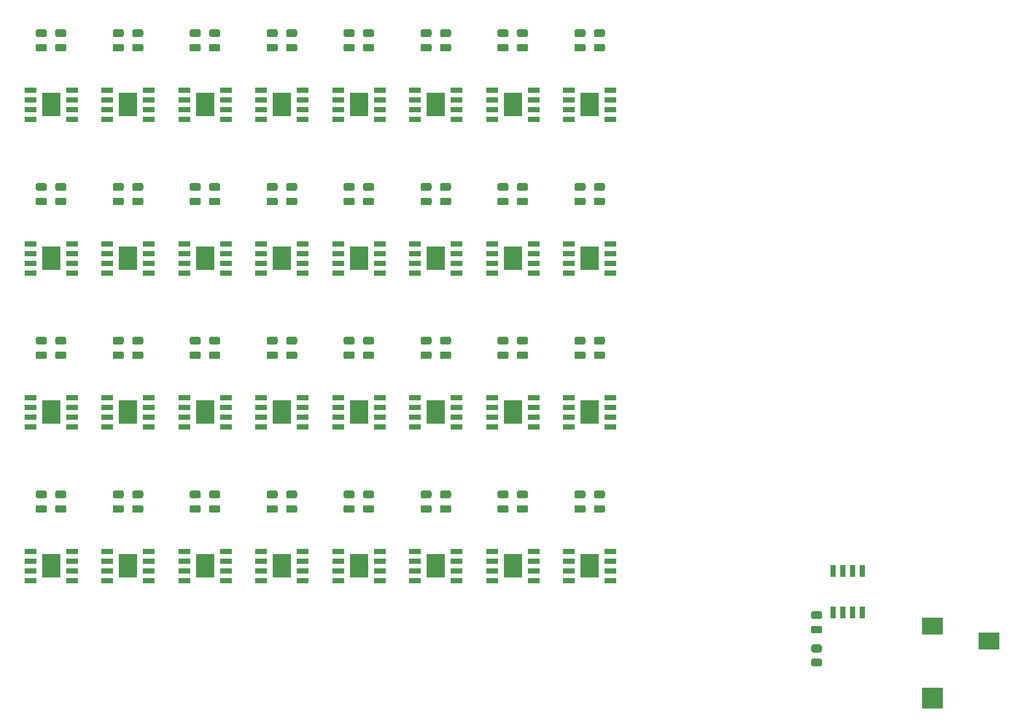
<source format=gbr>
%TF.GenerationSoftware,KiCad,Pcbnew,(5.1.7)-1*%
%TF.CreationDate,2020-11-17T12:59:15+01:00*%
%TF.ProjectId,matd_8x8,6d617464-5f38-4783-982e-6b696361645f,rev?*%
%TF.SameCoordinates,Original*%
%TF.FileFunction,Paste,Top*%
%TF.FilePolarity,Positive*%
%FSLAX46Y46*%
G04 Gerber Fmt 4.6, Leading zero omitted, Abs format (unit mm)*
G04 Created by KiCad (PCBNEW (5.1.7)-1) date 2020-11-17 12:59:15*
%MOMM*%
%LPD*%
G01*
G04 APERTURE LIST*
%ADD10R,2.800000X2.200000*%
%ADD11R,2.800000X2.800000*%
%ADD12R,0.650000X1.528000*%
%ADD13R,1.525000X0.650000*%
%ADD14R,2.410000X3.100000*%
G04 APERTURE END LIST*
D10*
%TO.C,J4*%
X168038000Y-136326000D03*
X160638000Y-134326000D03*
D11*
X160638000Y-143726000D03*
%TD*%
D12*
%TO.C,IC40*%
X151511000Y-127127000D03*
X150241000Y-127127000D03*
X148971000Y-127127000D03*
X147701000Y-127127000D03*
X147701000Y-132549000D03*
X148971000Y-132549000D03*
X150241000Y-132549000D03*
X151511000Y-132549000D03*
%TD*%
%TO.C,R1*%
G36*
G01*
X145091999Y-138576000D02*
X145992001Y-138576000D01*
G75*
G02*
X146242000Y-138825999I0J-249999D01*
G01*
X146242000Y-139351001D01*
G75*
G02*
X145992001Y-139601000I-249999J0D01*
G01*
X145091999Y-139601000D01*
G75*
G02*
X144842000Y-139351001I0J249999D01*
G01*
X144842000Y-138825999D01*
G75*
G02*
X145091999Y-138576000I249999J0D01*
G01*
G37*
G36*
G01*
X145091999Y-136751000D02*
X145992001Y-136751000D01*
G75*
G02*
X146242000Y-137000999I0J-249999D01*
G01*
X146242000Y-137526001D01*
G75*
G02*
X145992001Y-137776000I-249999J0D01*
G01*
X145091999Y-137776000D01*
G75*
G02*
X144842000Y-137526001I0J249999D01*
G01*
X144842000Y-137000999D01*
G75*
G02*
X145091999Y-136751000I249999J0D01*
G01*
G37*
%TD*%
%TO.C,C71*%
G36*
G01*
X145067000Y-134308000D02*
X146017000Y-134308000D01*
G75*
G02*
X146267000Y-134558000I0J-250000D01*
G01*
X146267000Y-135058000D01*
G75*
G02*
X146017000Y-135308000I-250000J0D01*
G01*
X145067000Y-135308000D01*
G75*
G02*
X144817000Y-135058000I0J250000D01*
G01*
X144817000Y-134558000D01*
G75*
G02*
X145067000Y-134308000I250000J0D01*
G01*
G37*
G36*
G01*
X145067000Y-132408000D02*
X146017000Y-132408000D01*
G75*
G02*
X146267000Y-132658000I0J-250000D01*
G01*
X146267000Y-133158000D01*
G75*
G02*
X146017000Y-133408000I-250000J0D01*
G01*
X145067000Y-133408000D01*
G75*
G02*
X144817000Y-133158000I0J250000D01*
G01*
X144817000Y-132658000D01*
G75*
G02*
X145067000Y-132408000I250000J0D01*
G01*
G37*
%TD*%
D13*
%TO.C,IC32*%
X118662999Y-128396999D03*
X118662999Y-127126999D03*
X118662999Y-125856999D03*
X118662999Y-124586999D03*
X113238999Y-124586999D03*
X113238999Y-125856999D03*
X113238999Y-127126999D03*
X113238999Y-128396999D03*
D14*
X115950999Y-126491999D03*
%TD*%
D13*
%TO.C,IC31*%
X108630000Y-128396999D03*
X108630000Y-127126999D03*
X108630000Y-125856999D03*
X108630000Y-124586999D03*
X103206000Y-124586999D03*
X103206000Y-125856999D03*
X103206000Y-127126999D03*
X103206000Y-128396999D03*
D14*
X105918000Y-126491999D03*
%TD*%
D13*
%TO.C,IC30*%
X98597000Y-128396999D03*
X98597000Y-127126999D03*
X98597000Y-125856999D03*
X98597000Y-124586999D03*
X93173000Y-124586999D03*
X93173000Y-125856999D03*
X93173000Y-127126999D03*
X93173000Y-128396999D03*
D14*
X95885000Y-126491999D03*
%TD*%
D13*
%TO.C,IC29*%
X88563999Y-128396999D03*
X88563999Y-127126999D03*
X88563999Y-125856999D03*
X88563999Y-124586999D03*
X83139999Y-124586999D03*
X83139999Y-125856999D03*
X83139999Y-127126999D03*
X83139999Y-128396999D03*
D14*
X85851999Y-126491999D03*
%TD*%
D13*
%TO.C,IC28*%
X78531000Y-128396999D03*
X78531000Y-127126999D03*
X78531000Y-125856999D03*
X78531000Y-124586999D03*
X73107000Y-124586999D03*
X73107000Y-125856999D03*
X73107000Y-127126999D03*
X73107000Y-128396999D03*
D14*
X75819000Y-126491999D03*
%TD*%
D13*
%TO.C,IC27*%
X68497999Y-128396999D03*
X68497999Y-127126999D03*
X68497999Y-125856999D03*
X68497999Y-124586999D03*
X63073999Y-124586999D03*
X63073999Y-125856999D03*
X63073999Y-127126999D03*
X63073999Y-128396999D03*
D14*
X65785999Y-126491999D03*
%TD*%
D13*
%TO.C,IC26*%
X58464999Y-128396999D03*
X58464999Y-127126999D03*
X58464999Y-125856999D03*
X58464999Y-124586999D03*
X53040999Y-124586999D03*
X53040999Y-125856999D03*
X53040999Y-127126999D03*
X53040999Y-128396999D03*
D14*
X55752999Y-126491999D03*
%TD*%
D13*
%TO.C,IC25*%
X48432000Y-128396999D03*
X48432000Y-127126999D03*
X48432000Y-125856999D03*
X48432000Y-124586999D03*
X43008000Y-124586999D03*
X43008000Y-125856999D03*
X43008000Y-127126999D03*
X43008000Y-128396999D03*
D14*
X45720000Y-126491999D03*
%TD*%
D13*
%TO.C,IC24*%
X118662999Y-108330999D03*
X118662999Y-107060999D03*
X118662999Y-105790999D03*
X118662999Y-104520999D03*
X113238999Y-104520999D03*
X113238999Y-105790999D03*
X113238999Y-107060999D03*
X113238999Y-108330999D03*
D14*
X115950999Y-106425999D03*
%TD*%
D13*
%TO.C,IC23*%
X108630000Y-108330999D03*
X108630000Y-107060999D03*
X108630000Y-105790999D03*
X108630000Y-104520999D03*
X103206000Y-104520999D03*
X103206000Y-105790999D03*
X103206000Y-107060999D03*
X103206000Y-108330999D03*
D14*
X105918000Y-106425999D03*
%TD*%
D13*
%TO.C,IC22*%
X98597000Y-108330999D03*
X98597000Y-107060999D03*
X98597000Y-105790999D03*
X98597000Y-104520999D03*
X93173000Y-104520999D03*
X93173000Y-105790999D03*
X93173000Y-107060999D03*
X93173000Y-108330999D03*
D14*
X95885000Y-106425999D03*
%TD*%
D13*
%TO.C,IC21*%
X88563999Y-108330999D03*
X88563999Y-107060999D03*
X88563999Y-105790999D03*
X88563999Y-104520999D03*
X83139999Y-104520999D03*
X83139999Y-105790999D03*
X83139999Y-107060999D03*
X83139999Y-108330999D03*
D14*
X85851999Y-106425999D03*
%TD*%
D13*
%TO.C,IC20*%
X78531000Y-108330999D03*
X78531000Y-107060999D03*
X78531000Y-105790999D03*
X78531000Y-104520999D03*
X73107000Y-104520999D03*
X73107000Y-105790999D03*
X73107000Y-107060999D03*
X73107000Y-108330999D03*
D14*
X75819000Y-106425999D03*
%TD*%
D13*
%TO.C,IC19*%
X68497999Y-108330999D03*
X68497999Y-107060999D03*
X68497999Y-105790999D03*
X68497999Y-104520999D03*
X63073999Y-104520999D03*
X63073999Y-105790999D03*
X63073999Y-107060999D03*
X63073999Y-108330999D03*
D14*
X65785999Y-106425999D03*
%TD*%
D13*
%TO.C,IC18*%
X58464999Y-108330999D03*
X58464999Y-107060999D03*
X58464999Y-105790999D03*
X58464999Y-104520999D03*
X53040999Y-104520999D03*
X53040999Y-105790999D03*
X53040999Y-107060999D03*
X53040999Y-108330999D03*
D14*
X55752999Y-106425999D03*
%TD*%
D13*
%TO.C,IC17*%
X48432000Y-108330999D03*
X48432000Y-107060999D03*
X48432000Y-105790999D03*
X48432000Y-104520999D03*
X43008000Y-104520999D03*
X43008000Y-105790999D03*
X43008000Y-107060999D03*
X43008000Y-108330999D03*
D14*
X45720000Y-106425999D03*
%TD*%
D13*
%TO.C,IC16*%
X118662999Y-88265000D03*
X118662999Y-86995000D03*
X118662999Y-85725000D03*
X118662999Y-84455000D03*
X113238999Y-84455000D03*
X113238999Y-85725000D03*
X113238999Y-86995000D03*
X113238999Y-88265000D03*
D14*
X115950999Y-86360000D03*
%TD*%
D13*
%TO.C,IC15*%
X108630000Y-88265000D03*
X108630000Y-86995000D03*
X108630000Y-85725000D03*
X108630000Y-84455000D03*
X103206000Y-84455000D03*
X103206000Y-85725000D03*
X103206000Y-86995000D03*
X103206000Y-88265000D03*
D14*
X105918000Y-86360000D03*
%TD*%
D13*
%TO.C,IC14*%
X98597000Y-88265000D03*
X98597000Y-86995000D03*
X98597000Y-85725000D03*
X98597000Y-84455000D03*
X93173000Y-84455000D03*
X93173000Y-85725000D03*
X93173000Y-86995000D03*
X93173000Y-88265000D03*
D14*
X95885000Y-86360000D03*
%TD*%
D13*
%TO.C,IC13*%
X88563999Y-88265000D03*
X88563999Y-86995000D03*
X88563999Y-85725000D03*
X88563999Y-84455000D03*
X83139999Y-84455000D03*
X83139999Y-85725000D03*
X83139999Y-86995000D03*
X83139999Y-88265000D03*
D14*
X85851999Y-86360000D03*
%TD*%
D13*
%TO.C,IC12*%
X78531000Y-88265000D03*
X78531000Y-86995000D03*
X78531000Y-85725000D03*
X78531000Y-84455000D03*
X73107000Y-84455000D03*
X73107000Y-85725000D03*
X73107000Y-86995000D03*
X73107000Y-88265000D03*
D14*
X75819000Y-86360000D03*
%TD*%
D13*
%TO.C,IC11*%
X68497999Y-88265000D03*
X68497999Y-86995000D03*
X68497999Y-85725000D03*
X68497999Y-84455000D03*
X63073999Y-84455000D03*
X63073999Y-85725000D03*
X63073999Y-86995000D03*
X63073999Y-88265000D03*
D14*
X65785999Y-86360000D03*
%TD*%
D13*
%TO.C,IC10*%
X58464999Y-88265000D03*
X58464999Y-86995000D03*
X58464999Y-85725000D03*
X58464999Y-84455000D03*
X53040999Y-84455000D03*
X53040999Y-85725000D03*
X53040999Y-86995000D03*
X53040999Y-88265000D03*
D14*
X55752999Y-86360000D03*
%TD*%
D13*
%TO.C,IC9*%
X48432000Y-88265000D03*
X48432000Y-86995000D03*
X48432000Y-85725000D03*
X48432000Y-84455000D03*
X43008000Y-84455000D03*
X43008000Y-85725000D03*
X43008000Y-86995000D03*
X43008000Y-88265000D03*
D14*
X45720000Y-86360000D03*
%TD*%
D13*
%TO.C,IC8*%
X118662999Y-68199000D03*
X118662999Y-66929000D03*
X118662999Y-65659000D03*
X118662999Y-64389000D03*
X113238999Y-64389000D03*
X113238999Y-65659000D03*
X113238999Y-66929000D03*
X113238999Y-68199000D03*
D14*
X115950999Y-66294000D03*
%TD*%
D13*
%TO.C,IC7*%
X108630000Y-68199000D03*
X108630000Y-66929000D03*
X108630000Y-65659000D03*
X108630000Y-64389000D03*
X103206000Y-64389000D03*
X103206000Y-65659000D03*
X103206000Y-66929000D03*
X103206000Y-68199000D03*
D14*
X105918000Y-66294000D03*
%TD*%
D13*
%TO.C,IC6*%
X98597000Y-68199000D03*
X98597000Y-66929000D03*
X98597000Y-65659000D03*
X98597000Y-64389000D03*
X93173000Y-64389000D03*
X93173000Y-65659000D03*
X93173000Y-66929000D03*
X93173000Y-68199000D03*
D14*
X95885000Y-66294000D03*
%TD*%
D13*
%TO.C,IC5*%
X88563999Y-68199000D03*
X88563999Y-66929000D03*
X88563999Y-65659000D03*
X88563999Y-64389000D03*
X83139999Y-64389000D03*
X83139999Y-65659000D03*
X83139999Y-66929000D03*
X83139999Y-68199000D03*
D14*
X85851999Y-66294000D03*
%TD*%
D13*
%TO.C,IC4*%
X78531000Y-68199000D03*
X78531000Y-66929000D03*
X78531000Y-65659000D03*
X78531000Y-64389000D03*
X73107000Y-64389000D03*
X73107000Y-65659000D03*
X73107000Y-66929000D03*
X73107000Y-68199000D03*
D14*
X75819000Y-66294000D03*
%TD*%
D13*
%TO.C,IC3*%
X68497999Y-68199000D03*
X68497999Y-66929000D03*
X68497999Y-65659000D03*
X68497999Y-64389000D03*
X63073999Y-64389000D03*
X63073999Y-65659000D03*
X63073999Y-66929000D03*
X63073999Y-68199000D03*
D14*
X65785999Y-66294000D03*
%TD*%
D13*
%TO.C,IC2*%
X58464999Y-68199000D03*
X58464999Y-66929000D03*
X58464999Y-65659000D03*
X58464999Y-64389000D03*
X53040999Y-64389000D03*
X53040999Y-65659000D03*
X53040999Y-66929000D03*
X53040999Y-68199000D03*
D14*
X55752999Y-66294000D03*
%TD*%
D13*
%TO.C,IC1*%
X48432000Y-68199000D03*
X48432000Y-66929000D03*
X48432000Y-65659000D03*
X48432000Y-64389000D03*
X43008000Y-64389000D03*
X43008000Y-65659000D03*
X43008000Y-66929000D03*
X43008000Y-68199000D03*
D14*
X45720000Y-66294000D03*
%TD*%
%TO.C,C64*%
G36*
G01*
X116745999Y-118560000D02*
X117695999Y-118560000D01*
G75*
G02*
X117945999Y-118810000I0J-250000D01*
G01*
X117945999Y-119310000D01*
G75*
G02*
X117695999Y-119560000I-250000J0D01*
G01*
X116745999Y-119560000D01*
G75*
G02*
X116495999Y-119310000I0J250000D01*
G01*
X116495999Y-118810000D01*
G75*
G02*
X116745999Y-118560000I250000J0D01*
G01*
G37*
G36*
G01*
X116745999Y-116660000D02*
X117695999Y-116660000D01*
G75*
G02*
X117945999Y-116910000I0J-250000D01*
G01*
X117945999Y-117410000D01*
G75*
G02*
X117695999Y-117660000I-250000J0D01*
G01*
X116745999Y-117660000D01*
G75*
G02*
X116495999Y-117410000I0J250000D01*
G01*
X116495999Y-116910000D01*
G75*
G02*
X116745999Y-116660000I250000J0D01*
G01*
G37*
%TD*%
%TO.C,C62*%
G36*
G01*
X114205999Y-118560000D02*
X115155999Y-118560000D01*
G75*
G02*
X115405999Y-118810000I0J-250000D01*
G01*
X115405999Y-119310000D01*
G75*
G02*
X115155999Y-119560000I-250000J0D01*
G01*
X114205999Y-119560000D01*
G75*
G02*
X113955999Y-119310000I0J250000D01*
G01*
X113955999Y-118810000D01*
G75*
G02*
X114205999Y-118560000I250000J0D01*
G01*
G37*
G36*
G01*
X114205999Y-116660000D02*
X115155999Y-116660000D01*
G75*
G02*
X115405999Y-116910000I0J-250000D01*
G01*
X115405999Y-117410000D01*
G75*
G02*
X115155999Y-117660000I-250000J0D01*
G01*
X114205999Y-117660000D01*
G75*
G02*
X113955999Y-117410000I0J250000D01*
G01*
X113955999Y-116910000D01*
G75*
G02*
X114205999Y-116660000I250000J0D01*
G01*
G37*
%TD*%
%TO.C,C60*%
G36*
G01*
X106713000Y-118560000D02*
X107663000Y-118560000D01*
G75*
G02*
X107913000Y-118810000I0J-250000D01*
G01*
X107913000Y-119310000D01*
G75*
G02*
X107663000Y-119560000I-250000J0D01*
G01*
X106713000Y-119560000D01*
G75*
G02*
X106463000Y-119310000I0J250000D01*
G01*
X106463000Y-118810000D01*
G75*
G02*
X106713000Y-118560000I250000J0D01*
G01*
G37*
G36*
G01*
X106713000Y-116660000D02*
X107663000Y-116660000D01*
G75*
G02*
X107913000Y-116910000I0J-250000D01*
G01*
X107913000Y-117410000D01*
G75*
G02*
X107663000Y-117660000I-250000J0D01*
G01*
X106713000Y-117660000D01*
G75*
G02*
X106463000Y-117410000I0J250000D01*
G01*
X106463000Y-116910000D01*
G75*
G02*
X106713000Y-116660000I250000J0D01*
G01*
G37*
%TD*%
%TO.C,C58*%
G36*
G01*
X104173000Y-118560000D02*
X105123000Y-118560000D01*
G75*
G02*
X105373000Y-118810000I0J-250000D01*
G01*
X105373000Y-119310000D01*
G75*
G02*
X105123000Y-119560000I-250000J0D01*
G01*
X104173000Y-119560000D01*
G75*
G02*
X103923000Y-119310000I0J250000D01*
G01*
X103923000Y-118810000D01*
G75*
G02*
X104173000Y-118560000I250000J0D01*
G01*
G37*
G36*
G01*
X104173000Y-116660000D02*
X105123000Y-116660000D01*
G75*
G02*
X105373000Y-116910000I0J-250000D01*
G01*
X105373000Y-117410000D01*
G75*
G02*
X105123000Y-117660000I-250000J0D01*
G01*
X104173000Y-117660000D01*
G75*
G02*
X103923000Y-117410000I0J250000D01*
G01*
X103923000Y-116910000D01*
G75*
G02*
X104173000Y-116660000I250000J0D01*
G01*
G37*
%TD*%
%TO.C,C63*%
G36*
G01*
X96680000Y-118560000D02*
X97630000Y-118560000D01*
G75*
G02*
X97880000Y-118810000I0J-250000D01*
G01*
X97880000Y-119310000D01*
G75*
G02*
X97630000Y-119560000I-250000J0D01*
G01*
X96680000Y-119560000D01*
G75*
G02*
X96430000Y-119310000I0J250000D01*
G01*
X96430000Y-118810000D01*
G75*
G02*
X96680000Y-118560000I250000J0D01*
G01*
G37*
G36*
G01*
X96680000Y-116660000D02*
X97630000Y-116660000D01*
G75*
G02*
X97880000Y-116910000I0J-250000D01*
G01*
X97880000Y-117410000D01*
G75*
G02*
X97630000Y-117660000I-250000J0D01*
G01*
X96680000Y-117660000D01*
G75*
G02*
X96430000Y-117410000I0J250000D01*
G01*
X96430000Y-116910000D01*
G75*
G02*
X96680000Y-116660000I250000J0D01*
G01*
G37*
%TD*%
%TO.C,C61*%
G36*
G01*
X94140000Y-118560000D02*
X95090000Y-118560000D01*
G75*
G02*
X95340000Y-118810000I0J-250000D01*
G01*
X95340000Y-119310000D01*
G75*
G02*
X95090000Y-119560000I-250000J0D01*
G01*
X94140000Y-119560000D01*
G75*
G02*
X93890000Y-119310000I0J250000D01*
G01*
X93890000Y-118810000D01*
G75*
G02*
X94140000Y-118560000I250000J0D01*
G01*
G37*
G36*
G01*
X94140000Y-116660000D02*
X95090000Y-116660000D01*
G75*
G02*
X95340000Y-116910000I0J-250000D01*
G01*
X95340000Y-117410000D01*
G75*
G02*
X95090000Y-117660000I-250000J0D01*
G01*
X94140000Y-117660000D01*
G75*
G02*
X93890000Y-117410000I0J250000D01*
G01*
X93890000Y-116910000D01*
G75*
G02*
X94140000Y-116660000I250000J0D01*
G01*
G37*
%TD*%
%TO.C,C59*%
G36*
G01*
X86646999Y-118560000D02*
X87596999Y-118560000D01*
G75*
G02*
X87846999Y-118810000I0J-250000D01*
G01*
X87846999Y-119310000D01*
G75*
G02*
X87596999Y-119560000I-250000J0D01*
G01*
X86646999Y-119560000D01*
G75*
G02*
X86396999Y-119310000I0J250000D01*
G01*
X86396999Y-118810000D01*
G75*
G02*
X86646999Y-118560000I250000J0D01*
G01*
G37*
G36*
G01*
X86646999Y-116660000D02*
X87596999Y-116660000D01*
G75*
G02*
X87846999Y-116910000I0J-250000D01*
G01*
X87846999Y-117410000D01*
G75*
G02*
X87596999Y-117660000I-250000J0D01*
G01*
X86646999Y-117660000D01*
G75*
G02*
X86396999Y-117410000I0J250000D01*
G01*
X86396999Y-116910000D01*
G75*
G02*
X86646999Y-116660000I250000J0D01*
G01*
G37*
%TD*%
%TO.C,C57*%
G36*
G01*
X84106999Y-118560000D02*
X85056999Y-118560000D01*
G75*
G02*
X85306999Y-118810000I0J-250000D01*
G01*
X85306999Y-119310000D01*
G75*
G02*
X85056999Y-119560000I-250000J0D01*
G01*
X84106999Y-119560000D01*
G75*
G02*
X83856999Y-119310000I0J250000D01*
G01*
X83856999Y-118810000D01*
G75*
G02*
X84106999Y-118560000I250000J0D01*
G01*
G37*
G36*
G01*
X84106999Y-116660000D02*
X85056999Y-116660000D01*
G75*
G02*
X85306999Y-116910000I0J-250000D01*
G01*
X85306999Y-117410000D01*
G75*
G02*
X85056999Y-117660000I-250000J0D01*
G01*
X84106999Y-117660000D01*
G75*
G02*
X83856999Y-117410000I0J250000D01*
G01*
X83856999Y-116910000D01*
G75*
G02*
X84106999Y-116660000I250000J0D01*
G01*
G37*
%TD*%
%TO.C,C56*%
G36*
G01*
X76614000Y-118560000D02*
X77564000Y-118560000D01*
G75*
G02*
X77814000Y-118810000I0J-250000D01*
G01*
X77814000Y-119310000D01*
G75*
G02*
X77564000Y-119560000I-250000J0D01*
G01*
X76614000Y-119560000D01*
G75*
G02*
X76364000Y-119310000I0J250000D01*
G01*
X76364000Y-118810000D01*
G75*
G02*
X76614000Y-118560000I250000J0D01*
G01*
G37*
G36*
G01*
X76614000Y-116660000D02*
X77564000Y-116660000D01*
G75*
G02*
X77814000Y-116910000I0J-250000D01*
G01*
X77814000Y-117410000D01*
G75*
G02*
X77564000Y-117660000I-250000J0D01*
G01*
X76614000Y-117660000D01*
G75*
G02*
X76364000Y-117410000I0J250000D01*
G01*
X76364000Y-116910000D01*
G75*
G02*
X76614000Y-116660000I250000J0D01*
G01*
G37*
%TD*%
%TO.C,C54*%
G36*
G01*
X74074000Y-118560000D02*
X75024000Y-118560000D01*
G75*
G02*
X75274000Y-118810000I0J-250000D01*
G01*
X75274000Y-119310000D01*
G75*
G02*
X75024000Y-119560000I-250000J0D01*
G01*
X74074000Y-119560000D01*
G75*
G02*
X73824000Y-119310000I0J250000D01*
G01*
X73824000Y-118810000D01*
G75*
G02*
X74074000Y-118560000I250000J0D01*
G01*
G37*
G36*
G01*
X74074000Y-116660000D02*
X75024000Y-116660000D01*
G75*
G02*
X75274000Y-116910000I0J-250000D01*
G01*
X75274000Y-117410000D01*
G75*
G02*
X75024000Y-117660000I-250000J0D01*
G01*
X74074000Y-117660000D01*
G75*
G02*
X73824000Y-117410000I0J250000D01*
G01*
X73824000Y-116910000D01*
G75*
G02*
X74074000Y-116660000I250000J0D01*
G01*
G37*
%TD*%
%TO.C,C52*%
G36*
G01*
X66580999Y-118560000D02*
X67530999Y-118560000D01*
G75*
G02*
X67780999Y-118810000I0J-250000D01*
G01*
X67780999Y-119310000D01*
G75*
G02*
X67530999Y-119560000I-250000J0D01*
G01*
X66580999Y-119560000D01*
G75*
G02*
X66330999Y-119310000I0J250000D01*
G01*
X66330999Y-118810000D01*
G75*
G02*
X66580999Y-118560000I250000J0D01*
G01*
G37*
G36*
G01*
X66580999Y-116660000D02*
X67530999Y-116660000D01*
G75*
G02*
X67780999Y-116910000I0J-250000D01*
G01*
X67780999Y-117410000D01*
G75*
G02*
X67530999Y-117660000I-250000J0D01*
G01*
X66580999Y-117660000D01*
G75*
G02*
X66330999Y-117410000I0J250000D01*
G01*
X66330999Y-116910000D01*
G75*
G02*
X66580999Y-116660000I250000J0D01*
G01*
G37*
%TD*%
%TO.C,C50*%
G36*
G01*
X64040999Y-118560000D02*
X64990999Y-118560000D01*
G75*
G02*
X65240999Y-118810000I0J-250000D01*
G01*
X65240999Y-119310000D01*
G75*
G02*
X64990999Y-119560000I-250000J0D01*
G01*
X64040999Y-119560000D01*
G75*
G02*
X63790999Y-119310000I0J250000D01*
G01*
X63790999Y-118810000D01*
G75*
G02*
X64040999Y-118560000I250000J0D01*
G01*
G37*
G36*
G01*
X64040999Y-116660000D02*
X64990999Y-116660000D01*
G75*
G02*
X65240999Y-116910000I0J-250000D01*
G01*
X65240999Y-117410000D01*
G75*
G02*
X64990999Y-117660000I-250000J0D01*
G01*
X64040999Y-117660000D01*
G75*
G02*
X63790999Y-117410000I0J250000D01*
G01*
X63790999Y-116910000D01*
G75*
G02*
X64040999Y-116660000I250000J0D01*
G01*
G37*
%TD*%
%TO.C,C55*%
G36*
G01*
X56547999Y-118560000D02*
X57497999Y-118560000D01*
G75*
G02*
X57747999Y-118810000I0J-250000D01*
G01*
X57747999Y-119310000D01*
G75*
G02*
X57497999Y-119560000I-250000J0D01*
G01*
X56547999Y-119560000D01*
G75*
G02*
X56297999Y-119310000I0J250000D01*
G01*
X56297999Y-118810000D01*
G75*
G02*
X56547999Y-118560000I250000J0D01*
G01*
G37*
G36*
G01*
X56547999Y-116660000D02*
X57497999Y-116660000D01*
G75*
G02*
X57747999Y-116910000I0J-250000D01*
G01*
X57747999Y-117410000D01*
G75*
G02*
X57497999Y-117660000I-250000J0D01*
G01*
X56547999Y-117660000D01*
G75*
G02*
X56297999Y-117410000I0J250000D01*
G01*
X56297999Y-116910000D01*
G75*
G02*
X56547999Y-116660000I250000J0D01*
G01*
G37*
%TD*%
%TO.C,C53*%
G36*
G01*
X54007999Y-118560000D02*
X54957999Y-118560000D01*
G75*
G02*
X55207999Y-118810000I0J-250000D01*
G01*
X55207999Y-119310000D01*
G75*
G02*
X54957999Y-119560000I-250000J0D01*
G01*
X54007999Y-119560000D01*
G75*
G02*
X53757999Y-119310000I0J250000D01*
G01*
X53757999Y-118810000D01*
G75*
G02*
X54007999Y-118560000I250000J0D01*
G01*
G37*
G36*
G01*
X54007999Y-116660000D02*
X54957999Y-116660000D01*
G75*
G02*
X55207999Y-116910000I0J-250000D01*
G01*
X55207999Y-117410000D01*
G75*
G02*
X54957999Y-117660000I-250000J0D01*
G01*
X54007999Y-117660000D01*
G75*
G02*
X53757999Y-117410000I0J250000D01*
G01*
X53757999Y-116910000D01*
G75*
G02*
X54007999Y-116660000I250000J0D01*
G01*
G37*
%TD*%
%TO.C,C51*%
G36*
G01*
X46515000Y-118560000D02*
X47465000Y-118560000D01*
G75*
G02*
X47715000Y-118810000I0J-250000D01*
G01*
X47715000Y-119310000D01*
G75*
G02*
X47465000Y-119560000I-250000J0D01*
G01*
X46515000Y-119560000D01*
G75*
G02*
X46265000Y-119310000I0J250000D01*
G01*
X46265000Y-118810000D01*
G75*
G02*
X46515000Y-118560000I250000J0D01*
G01*
G37*
G36*
G01*
X46515000Y-116660000D02*
X47465000Y-116660000D01*
G75*
G02*
X47715000Y-116910000I0J-250000D01*
G01*
X47715000Y-117410000D01*
G75*
G02*
X47465000Y-117660000I-250000J0D01*
G01*
X46515000Y-117660000D01*
G75*
G02*
X46265000Y-117410000I0J250000D01*
G01*
X46265000Y-116910000D01*
G75*
G02*
X46515000Y-116660000I250000J0D01*
G01*
G37*
%TD*%
%TO.C,C49*%
G36*
G01*
X43975000Y-118560000D02*
X44925000Y-118560000D01*
G75*
G02*
X45175000Y-118810000I0J-250000D01*
G01*
X45175000Y-119310000D01*
G75*
G02*
X44925000Y-119560000I-250000J0D01*
G01*
X43975000Y-119560000D01*
G75*
G02*
X43725000Y-119310000I0J250000D01*
G01*
X43725000Y-118810000D01*
G75*
G02*
X43975000Y-118560000I250000J0D01*
G01*
G37*
G36*
G01*
X43975000Y-116660000D02*
X44925000Y-116660000D01*
G75*
G02*
X45175000Y-116910000I0J-250000D01*
G01*
X45175000Y-117410000D01*
G75*
G02*
X44925000Y-117660000I-250000J0D01*
G01*
X43975000Y-117660000D01*
G75*
G02*
X43725000Y-117410000I0J250000D01*
G01*
X43725000Y-116910000D01*
G75*
G02*
X43975000Y-116660000I250000J0D01*
G01*
G37*
%TD*%
%TO.C,C48*%
G36*
G01*
X116745999Y-98494000D02*
X117695999Y-98494000D01*
G75*
G02*
X117945999Y-98744000I0J-250000D01*
G01*
X117945999Y-99244000D01*
G75*
G02*
X117695999Y-99494000I-250000J0D01*
G01*
X116745999Y-99494000D01*
G75*
G02*
X116495999Y-99244000I0J250000D01*
G01*
X116495999Y-98744000D01*
G75*
G02*
X116745999Y-98494000I250000J0D01*
G01*
G37*
G36*
G01*
X116745999Y-96594000D02*
X117695999Y-96594000D01*
G75*
G02*
X117945999Y-96844000I0J-250000D01*
G01*
X117945999Y-97344000D01*
G75*
G02*
X117695999Y-97594000I-250000J0D01*
G01*
X116745999Y-97594000D01*
G75*
G02*
X116495999Y-97344000I0J250000D01*
G01*
X116495999Y-96844000D01*
G75*
G02*
X116745999Y-96594000I250000J0D01*
G01*
G37*
%TD*%
%TO.C,C46*%
G36*
G01*
X114205999Y-98494000D02*
X115155999Y-98494000D01*
G75*
G02*
X115405999Y-98744000I0J-250000D01*
G01*
X115405999Y-99244000D01*
G75*
G02*
X115155999Y-99494000I-250000J0D01*
G01*
X114205999Y-99494000D01*
G75*
G02*
X113955999Y-99244000I0J250000D01*
G01*
X113955999Y-98744000D01*
G75*
G02*
X114205999Y-98494000I250000J0D01*
G01*
G37*
G36*
G01*
X114205999Y-96594000D02*
X115155999Y-96594000D01*
G75*
G02*
X115405999Y-96844000I0J-250000D01*
G01*
X115405999Y-97344000D01*
G75*
G02*
X115155999Y-97594000I-250000J0D01*
G01*
X114205999Y-97594000D01*
G75*
G02*
X113955999Y-97344000I0J250000D01*
G01*
X113955999Y-96844000D01*
G75*
G02*
X114205999Y-96594000I250000J0D01*
G01*
G37*
%TD*%
%TO.C,C44*%
G36*
G01*
X106713000Y-98494000D02*
X107663000Y-98494000D01*
G75*
G02*
X107913000Y-98744000I0J-250000D01*
G01*
X107913000Y-99244000D01*
G75*
G02*
X107663000Y-99494000I-250000J0D01*
G01*
X106713000Y-99494000D01*
G75*
G02*
X106463000Y-99244000I0J250000D01*
G01*
X106463000Y-98744000D01*
G75*
G02*
X106713000Y-98494000I250000J0D01*
G01*
G37*
G36*
G01*
X106713000Y-96594000D02*
X107663000Y-96594000D01*
G75*
G02*
X107913000Y-96844000I0J-250000D01*
G01*
X107913000Y-97344000D01*
G75*
G02*
X107663000Y-97594000I-250000J0D01*
G01*
X106713000Y-97594000D01*
G75*
G02*
X106463000Y-97344000I0J250000D01*
G01*
X106463000Y-96844000D01*
G75*
G02*
X106713000Y-96594000I250000J0D01*
G01*
G37*
%TD*%
%TO.C,C42*%
G36*
G01*
X104173000Y-98494000D02*
X105123000Y-98494000D01*
G75*
G02*
X105373000Y-98744000I0J-250000D01*
G01*
X105373000Y-99244000D01*
G75*
G02*
X105123000Y-99494000I-250000J0D01*
G01*
X104173000Y-99494000D01*
G75*
G02*
X103923000Y-99244000I0J250000D01*
G01*
X103923000Y-98744000D01*
G75*
G02*
X104173000Y-98494000I250000J0D01*
G01*
G37*
G36*
G01*
X104173000Y-96594000D02*
X105123000Y-96594000D01*
G75*
G02*
X105373000Y-96844000I0J-250000D01*
G01*
X105373000Y-97344000D01*
G75*
G02*
X105123000Y-97594000I-250000J0D01*
G01*
X104173000Y-97594000D01*
G75*
G02*
X103923000Y-97344000I0J250000D01*
G01*
X103923000Y-96844000D01*
G75*
G02*
X104173000Y-96594000I250000J0D01*
G01*
G37*
%TD*%
%TO.C,C47*%
G36*
G01*
X96680000Y-98494000D02*
X97630000Y-98494000D01*
G75*
G02*
X97880000Y-98744000I0J-250000D01*
G01*
X97880000Y-99244000D01*
G75*
G02*
X97630000Y-99494000I-250000J0D01*
G01*
X96680000Y-99494000D01*
G75*
G02*
X96430000Y-99244000I0J250000D01*
G01*
X96430000Y-98744000D01*
G75*
G02*
X96680000Y-98494000I250000J0D01*
G01*
G37*
G36*
G01*
X96680000Y-96594000D02*
X97630000Y-96594000D01*
G75*
G02*
X97880000Y-96844000I0J-250000D01*
G01*
X97880000Y-97344000D01*
G75*
G02*
X97630000Y-97594000I-250000J0D01*
G01*
X96680000Y-97594000D01*
G75*
G02*
X96430000Y-97344000I0J250000D01*
G01*
X96430000Y-96844000D01*
G75*
G02*
X96680000Y-96594000I250000J0D01*
G01*
G37*
%TD*%
%TO.C,C45*%
G36*
G01*
X94140000Y-98494000D02*
X95090000Y-98494000D01*
G75*
G02*
X95340000Y-98744000I0J-250000D01*
G01*
X95340000Y-99244000D01*
G75*
G02*
X95090000Y-99494000I-250000J0D01*
G01*
X94140000Y-99494000D01*
G75*
G02*
X93890000Y-99244000I0J250000D01*
G01*
X93890000Y-98744000D01*
G75*
G02*
X94140000Y-98494000I250000J0D01*
G01*
G37*
G36*
G01*
X94140000Y-96594000D02*
X95090000Y-96594000D01*
G75*
G02*
X95340000Y-96844000I0J-250000D01*
G01*
X95340000Y-97344000D01*
G75*
G02*
X95090000Y-97594000I-250000J0D01*
G01*
X94140000Y-97594000D01*
G75*
G02*
X93890000Y-97344000I0J250000D01*
G01*
X93890000Y-96844000D01*
G75*
G02*
X94140000Y-96594000I250000J0D01*
G01*
G37*
%TD*%
%TO.C,C43*%
G36*
G01*
X86646999Y-98494000D02*
X87596999Y-98494000D01*
G75*
G02*
X87846999Y-98744000I0J-250000D01*
G01*
X87846999Y-99244000D01*
G75*
G02*
X87596999Y-99494000I-250000J0D01*
G01*
X86646999Y-99494000D01*
G75*
G02*
X86396999Y-99244000I0J250000D01*
G01*
X86396999Y-98744000D01*
G75*
G02*
X86646999Y-98494000I250000J0D01*
G01*
G37*
G36*
G01*
X86646999Y-96594000D02*
X87596999Y-96594000D01*
G75*
G02*
X87846999Y-96844000I0J-250000D01*
G01*
X87846999Y-97344000D01*
G75*
G02*
X87596999Y-97594000I-250000J0D01*
G01*
X86646999Y-97594000D01*
G75*
G02*
X86396999Y-97344000I0J250000D01*
G01*
X86396999Y-96844000D01*
G75*
G02*
X86646999Y-96594000I250000J0D01*
G01*
G37*
%TD*%
%TO.C,C41*%
G36*
G01*
X84106999Y-98494000D02*
X85056999Y-98494000D01*
G75*
G02*
X85306999Y-98744000I0J-250000D01*
G01*
X85306999Y-99244000D01*
G75*
G02*
X85056999Y-99494000I-250000J0D01*
G01*
X84106999Y-99494000D01*
G75*
G02*
X83856999Y-99244000I0J250000D01*
G01*
X83856999Y-98744000D01*
G75*
G02*
X84106999Y-98494000I250000J0D01*
G01*
G37*
G36*
G01*
X84106999Y-96594000D02*
X85056999Y-96594000D01*
G75*
G02*
X85306999Y-96844000I0J-250000D01*
G01*
X85306999Y-97344000D01*
G75*
G02*
X85056999Y-97594000I-250000J0D01*
G01*
X84106999Y-97594000D01*
G75*
G02*
X83856999Y-97344000I0J250000D01*
G01*
X83856999Y-96844000D01*
G75*
G02*
X84106999Y-96594000I250000J0D01*
G01*
G37*
%TD*%
%TO.C,C40*%
G36*
G01*
X76614000Y-98494000D02*
X77564000Y-98494000D01*
G75*
G02*
X77814000Y-98744000I0J-250000D01*
G01*
X77814000Y-99244000D01*
G75*
G02*
X77564000Y-99494000I-250000J0D01*
G01*
X76614000Y-99494000D01*
G75*
G02*
X76364000Y-99244000I0J250000D01*
G01*
X76364000Y-98744000D01*
G75*
G02*
X76614000Y-98494000I250000J0D01*
G01*
G37*
G36*
G01*
X76614000Y-96594000D02*
X77564000Y-96594000D01*
G75*
G02*
X77814000Y-96844000I0J-250000D01*
G01*
X77814000Y-97344000D01*
G75*
G02*
X77564000Y-97594000I-250000J0D01*
G01*
X76614000Y-97594000D01*
G75*
G02*
X76364000Y-97344000I0J250000D01*
G01*
X76364000Y-96844000D01*
G75*
G02*
X76614000Y-96594000I250000J0D01*
G01*
G37*
%TD*%
%TO.C,C38*%
G36*
G01*
X74074000Y-98494000D02*
X75024000Y-98494000D01*
G75*
G02*
X75274000Y-98744000I0J-250000D01*
G01*
X75274000Y-99244000D01*
G75*
G02*
X75024000Y-99494000I-250000J0D01*
G01*
X74074000Y-99494000D01*
G75*
G02*
X73824000Y-99244000I0J250000D01*
G01*
X73824000Y-98744000D01*
G75*
G02*
X74074000Y-98494000I250000J0D01*
G01*
G37*
G36*
G01*
X74074000Y-96594000D02*
X75024000Y-96594000D01*
G75*
G02*
X75274000Y-96844000I0J-250000D01*
G01*
X75274000Y-97344000D01*
G75*
G02*
X75024000Y-97594000I-250000J0D01*
G01*
X74074000Y-97594000D01*
G75*
G02*
X73824000Y-97344000I0J250000D01*
G01*
X73824000Y-96844000D01*
G75*
G02*
X74074000Y-96594000I250000J0D01*
G01*
G37*
%TD*%
%TO.C,C36*%
G36*
G01*
X66580999Y-98494000D02*
X67530999Y-98494000D01*
G75*
G02*
X67780999Y-98744000I0J-250000D01*
G01*
X67780999Y-99244000D01*
G75*
G02*
X67530999Y-99494000I-250000J0D01*
G01*
X66580999Y-99494000D01*
G75*
G02*
X66330999Y-99244000I0J250000D01*
G01*
X66330999Y-98744000D01*
G75*
G02*
X66580999Y-98494000I250000J0D01*
G01*
G37*
G36*
G01*
X66580999Y-96594000D02*
X67530999Y-96594000D01*
G75*
G02*
X67780999Y-96844000I0J-250000D01*
G01*
X67780999Y-97344000D01*
G75*
G02*
X67530999Y-97594000I-250000J0D01*
G01*
X66580999Y-97594000D01*
G75*
G02*
X66330999Y-97344000I0J250000D01*
G01*
X66330999Y-96844000D01*
G75*
G02*
X66580999Y-96594000I250000J0D01*
G01*
G37*
%TD*%
%TO.C,C34*%
G36*
G01*
X64040999Y-98494000D02*
X64990999Y-98494000D01*
G75*
G02*
X65240999Y-98744000I0J-250000D01*
G01*
X65240999Y-99244000D01*
G75*
G02*
X64990999Y-99494000I-250000J0D01*
G01*
X64040999Y-99494000D01*
G75*
G02*
X63790999Y-99244000I0J250000D01*
G01*
X63790999Y-98744000D01*
G75*
G02*
X64040999Y-98494000I250000J0D01*
G01*
G37*
G36*
G01*
X64040999Y-96594000D02*
X64990999Y-96594000D01*
G75*
G02*
X65240999Y-96844000I0J-250000D01*
G01*
X65240999Y-97344000D01*
G75*
G02*
X64990999Y-97594000I-250000J0D01*
G01*
X64040999Y-97594000D01*
G75*
G02*
X63790999Y-97344000I0J250000D01*
G01*
X63790999Y-96844000D01*
G75*
G02*
X64040999Y-96594000I250000J0D01*
G01*
G37*
%TD*%
%TO.C,C39*%
G36*
G01*
X56547999Y-98494000D02*
X57497999Y-98494000D01*
G75*
G02*
X57747999Y-98744000I0J-250000D01*
G01*
X57747999Y-99244000D01*
G75*
G02*
X57497999Y-99494000I-250000J0D01*
G01*
X56547999Y-99494000D01*
G75*
G02*
X56297999Y-99244000I0J250000D01*
G01*
X56297999Y-98744000D01*
G75*
G02*
X56547999Y-98494000I250000J0D01*
G01*
G37*
G36*
G01*
X56547999Y-96594000D02*
X57497999Y-96594000D01*
G75*
G02*
X57747999Y-96844000I0J-250000D01*
G01*
X57747999Y-97344000D01*
G75*
G02*
X57497999Y-97594000I-250000J0D01*
G01*
X56547999Y-97594000D01*
G75*
G02*
X56297999Y-97344000I0J250000D01*
G01*
X56297999Y-96844000D01*
G75*
G02*
X56547999Y-96594000I250000J0D01*
G01*
G37*
%TD*%
%TO.C,C37*%
G36*
G01*
X54007999Y-98494000D02*
X54957999Y-98494000D01*
G75*
G02*
X55207999Y-98744000I0J-250000D01*
G01*
X55207999Y-99244000D01*
G75*
G02*
X54957999Y-99494000I-250000J0D01*
G01*
X54007999Y-99494000D01*
G75*
G02*
X53757999Y-99244000I0J250000D01*
G01*
X53757999Y-98744000D01*
G75*
G02*
X54007999Y-98494000I250000J0D01*
G01*
G37*
G36*
G01*
X54007999Y-96594000D02*
X54957999Y-96594000D01*
G75*
G02*
X55207999Y-96844000I0J-250000D01*
G01*
X55207999Y-97344000D01*
G75*
G02*
X54957999Y-97594000I-250000J0D01*
G01*
X54007999Y-97594000D01*
G75*
G02*
X53757999Y-97344000I0J250000D01*
G01*
X53757999Y-96844000D01*
G75*
G02*
X54007999Y-96594000I250000J0D01*
G01*
G37*
%TD*%
%TO.C,C35*%
G36*
G01*
X46515000Y-98494000D02*
X47465000Y-98494000D01*
G75*
G02*
X47715000Y-98744000I0J-250000D01*
G01*
X47715000Y-99244000D01*
G75*
G02*
X47465000Y-99494000I-250000J0D01*
G01*
X46515000Y-99494000D01*
G75*
G02*
X46265000Y-99244000I0J250000D01*
G01*
X46265000Y-98744000D01*
G75*
G02*
X46515000Y-98494000I250000J0D01*
G01*
G37*
G36*
G01*
X46515000Y-96594000D02*
X47465000Y-96594000D01*
G75*
G02*
X47715000Y-96844000I0J-250000D01*
G01*
X47715000Y-97344000D01*
G75*
G02*
X47465000Y-97594000I-250000J0D01*
G01*
X46515000Y-97594000D01*
G75*
G02*
X46265000Y-97344000I0J250000D01*
G01*
X46265000Y-96844000D01*
G75*
G02*
X46515000Y-96594000I250000J0D01*
G01*
G37*
%TD*%
%TO.C,C33*%
G36*
G01*
X43975000Y-98494000D02*
X44925000Y-98494000D01*
G75*
G02*
X45175000Y-98744000I0J-250000D01*
G01*
X45175000Y-99244000D01*
G75*
G02*
X44925000Y-99494000I-250000J0D01*
G01*
X43975000Y-99494000D01*
G75*
G02*
X43725000Y-99244000I0J250000D01*
G01*
X43725000Y-98744000D01*
G75*
G02*
X43975000Y-98494000I250000J0D01*
G01*
G37*
G36*
G01*
X43975000Y-96594000D02*
X44925000Y-96594000D01*
G75*
G02*
X45175000Y-96844000I0J-250000D01*
G01*
X45175000Y-97344000D01*
G75*
G02*
X44925000Y-97594000I-250000J0D01*
G01*
X43975000Y-97594000D01*
G75*
G02*
X43725000Y-97344000I0J250000D01*
G01*
X43725000Y-96844000D01*
G75*
G02*
X43975000Y-96594000I250000J0D01*
G01*
G37*
%TD*%
%TO.C,C32*%
G36*
G01*
X116745999Y-78427999D02*
X117695999Y-78427999D01*
G75*
G02*
X117945999Y-78677999I0J-250000D01*
G01*
X117945999Y-79177999D01*
G75*
G02*
X117695999Y-79427999I-250000J0D01*
G01*
X116745999Y-79427999D01*
G75*
G02*
X116495999Y-79177999I0J250000D01*
G01*
X116495999Y-78677999D01*
G75*
G02*
X116745999Y-78427999I250000J0D01*
G01*
G37*
G36*
G01*
X116745999Y-76527999D02*
X117695999Y-76527999D01*
G75*
G02*
X117945999Y-76777999I0J-250000D01*
G01*
X117945999Y-77277999D01*
G75*
G02*
X117695999Y-77527999I-250000J0D01*
G01*
X116745999Y-77527999D01*
G75*
G02*
X116495999Y-77277999I0J250000D01*
G01*
X116495999Y-76777999D01*
G75*
G02*
X116745999Y-76527999I250000J0D01*
G01*
G37*
%TD*%
%TO.C,C30*%
G36*
G01*
X114205999Y-78427999D02*
X115155999Y-78427999D01*
G75*
G02*
X115405999Y-78677999I0J-250000D01*
G01*
X115405999Y-79177999D01*
G75*
G02*
X115155999Y-79427999I-250000J0D01*
G01*
X114205999Y-79427999D01*
G75*
G02*
X113955999Y-79177999I0J250000D01*
G01*
X113955999Y-78677999D01*
G75*
G02*
X114205999Y-78427999I250000J0D01*
G01*
G37*
G36*
G01*
X114205999Y-76527999D02*
X115155999Y-76527999D01*
G75*
G02*
X115405999Y-76777999I0J-250000D01*
G01*
X115405999Y-77277999D01*
G75*
G02*
X115155999Y-77527999I-250000J0D01*
G01*
X114205999Y-77527999D01*
G75*
G02*
X113955999Y-77277999I0J250000D01*
G01*
X113955999Y-76777999D01*
G75*
G02*
X114205999Y-76527999I250000J0D01*
G01*
G37*
%TD*%
%TO.C,C28*%
G36*
G01*
X106713000Y-78427999D02*
X107663000Y-78427999D01*
G75*
G02*
X107913000Y-78677999I0J-250000D01*
G01*
X107913000Y-79177999D01*
G75*
G02*
X107663000Y-79427999I-250000J0D01*
G01*
X106713000Y-79427999D01*
G75*
G02*
X106463000Y-79177999I0J250000D01*
G01*
X106463000Y-78677999D01*
G75*
G02*
X106713000Y-78427999I250000J0D01*
G01*
G37*
G36*
G01*
X106713000Y-76527999D02*
X107663000Y-76527999D01*
G75*
G02*
X107913000Y-76777999I0J-250000D01*
G01*
X107913000Y-77277999D01*
G75*
G02*
X107663000Y-77527999I-250000J0D01*
G01*
X106713000Y-77527999D01*
G75*
G02*
X106463000Y-77277999I0J250000D01*
G01*
X106463000Y-76777999D01*
G75*
G02*
X106713000Y-76527999I250000J0D01*
G01*
G37*
%TD*%
%TO.C,C26*%
G36*
G01*
X104173000Y-78427999D02*
X105123000Y-78427999D01*
G75*
G02*
X105373000Y-78677999I0J-250000D01*
G01*
X105373000Y-79177999D01*
G75*
G02*
X105123000Y-79427999I-250000J0D01*
G01*
X104173000Y-79427999D01*
G75*
G02*
X103923000Y-79177999I0J250000D01*
G01*
X103923000Y-78677999D01*
G75*
G02*
X104173000Y-78427999I250000J0D01*
G01*
G37*
G36*
G01*
X104173000Y-76527999D02*
X105123000Y-76527999D01*
G75*
G02*
X105373000Y-76777999I0J-250000D01*
G01*
X105373000Y-77277999D01*
G75*
G02*
X105123000Y-77527999I-250000J0D01*
G01*
X104173000Y-77527999D01*
G75*
G02*
X103923000Y-77277999I0J250000D01*
G01*
X103923000Y-76777999D01*
G75*
G02*
X104173000Y-76527999I250000J0D01*
G01*
G37*
%TD*%
%TO.C,C31*%
G36*
G01*
X96680000Y-78427999D02*
X97630000Y-78427999D01*
G75*
G02*
X97880000Y-78677999I0J-250000D01*
G01*
X97880000Y-79177999D01*
G75*
G02*
X97630000Y-79427999I-250000J0D01*
G01*
X96680000Y-79427999D01*
G75*
G02*
X96430000Y-79177999I0J250000D01*
G01*
X96430000Y-78677999D01*
G75*
G02*
X96680000Y-78427999I250000J0D01*
G01*
G37*
G36*
G01*
X96680000Y-76527999D02*
X97630000Y-76527999D01*
G75*
G02*
X97880000Y-76777999I0J-250000D01*
G01*
X97880000Y-77277999D01*
G75*
G02*
X97630000Y-77527999I-250000J0D01*
G01*
X96680000Y-77527999D01*
G75*
G02*
X96430000Y-77277999I0J250000D01*
G01*
X96430000Y-76777999D01*
G75*
G02*
X96680000Y-76527999I250000J0D01*
G01*
G37*
%TD*%
%TO.C,C29*%
G36*
G01*
X94140000Y-78427999D02*
X95090000Y-78427999D01*
G75*
G02*
X95340000Y-78677999I0J-250000D01*
G01*
X95340000Y-79177999D01*
G75*
G02*
X95090000Y-79427999I-250000J0D01*
G01*
X94140000Y-79427999D01*
G75*
G02*
X93890000Y-79177999I0J250000D01*
G01*
X93890000Y-78677999D01*
G75*
G02*
X94140000Y-78427999I250000J0D01*
G01*
G37*
G36*
G01*
X94140000Y-76527999D02*
X95090000Y-76527999D01*
G75*
G02*
X95340000Y-76777999I0J-250000D01*
G01*
X95340000Y-77277999D01*
G75*
G02*
X95090000Y-77527999I-250000J0D01*
G01*
X94140000Y-77527999D01*
G75*
G02*
X93890000Y-77277999I0J250000D01*
G01*
X93890000Y-76777999D01*
G75*
G02*
X94140000Y-76527999I250000J0D01*
G01*
G37*
%TD*%
%TO.C,C27*%
G36*
G01*
X86646999Y-78427999D02*
X87596999Y-78427999D01*
G75*
G02*
X87846999Y-78677999I0J-250000D01*
G01*
X87846999Y-79177999D01*
G75*
G02*
X87596999Y-79427999I-250000J0D01*
G01*
X86646999Y-79427999D01*
G75*
G02*
X86396999Y-79177999I0J250000D01*
G01*
X86396999Y-78677999D01*
G75*
G02*
X86646999Y-78427999I250000J0D01*
G01*
G37*
G36*
G01*
X86646999Y-76527999D02*
X87596999Y-76527999D01*
G75*
G02*
X87846999Y-76777999I0J-250000D01*
G01*
X87846999Y-77277999D01*
G75*
G02*
X87596999Y-77527999I-250000J0D01*
G01*
X86646999Y-77527999D01*
G75*
G02*
X86396999Y-77277999I0J250000D01*
G01*
X86396999Y-76777999D01*
G75*
G02*
X86646999Y-76527999I250000J0D01*
G01*
G37*
%TD*%
%TO.C,C25*%
G36*
G01*
X84106999Y-78427999D02*
X85056999Y-78427999D01*
G75*
G02*
X85306999Y-78677999I0J-250000D01*
G01*
X85306999Y-79177999D01*
G75*
G02*
X85056999Y-79427999I-250000J0D01*
G01*
X84106999Y-79427999D01*
G75*
G02*
X83856999Y-79177999I0J250000D01*
G01*
X83856999Y-78677999D01*
G75*
G02*
X84106999Y-78427999I250000J0D01*
G01*
G37*
G36*
G01*
X84106999Y-76527999D02*
X85056999Y-76527999D01*
G75*
G02*
X85306999Y-76777999I0J-250000D01*
G01*
X85306999Y-77277999D01*
G75*
G02*
X85056999Y-77527999I-250000J0D01*
G01*
X84106999Y-77527999D01*
G75*
G02*
X83856999Y-77277999I0J250000D01*
G01*
X83856999Y-76777999D01*
G75*
G02*
X84106999Y-76527999I250000J0D01*
G01*
G37*
%TD*%
%TO.C,C24*%
G36*
G01*
X76614000Y-78427999D02*
X77564000Y-78427999D01*
G75*
G02*
X77814000Y-78677999I0J-250000D01*
G01*
X77814000Y-79177999D01*
G75*
G02*
X77564000Y-79427999I-250000J0D01*
G01*
X76614000Y-79427999D01*
G75*
G02*
X76364000Y-79177999I0J250000D01*
G01*
X76364000Y-78677999D01*
G75*
G02*
X76614000Y-78427999I250000J0D01*
G01*
G37*
G36*
G01*
X76614000Y-76527999D02*
X77564000Y-76527999D01*
G75*
G02*
X77814000Y-76777999I0J-250000D01*
G01*
X77814000Y-77277999D01*
G75*
G02*
X77564000Y-77527999I-250000J0D01*
G01*
X76614000Y-77527999D01*
G75*
G02*
X76364000Y-77277999I0J250000D01*
G01*
X76364000Y-76777999D01*
G75*
G02*
X76614000Y-76527999I250000J0D01*
G01*
G37*
%TD*%
%TO.C,C22*%
G36*
G01*
X74074000Y-78427999D02*
X75024000Y-78427999D01*
G75*
G02*
X75274000Y-78677999I0J-250000D01*
G01*
X75274000Y-79177999D01*
G75*
G02*
X75024000Y-79427999I-250000J0D01*
G01*
X74074000Y-79427999D01*
G75*
G02*
X73824000Y-79177999I0J250000D01*
G01*
X73824000Y-78677999D01*
G75*
G02*
X74074000Y-78427999I250000J0D01*
G01*
G37*
G36*
G01*
X74074000Y-76527999D02*
X75024000Y-76527999D01*
G75*
G02*
X75274000Y-76777999I0J-250000D01*
G01*
X75274000Y-77277999D01*
G75*
G02*
X75024000Y-77527999I-250000J0D01*
G01*
X74074000Y-77527999D01*
G75*
G02*
X73824000Y-77277999I0J250000D01*
G01*
X73824000Y-76777999D01*
G75*
G02*
X74074000Y-76527999I250000J0D01*
G01*
G37*
%TD*%
%TO.C,C20*%
G36*
G01*
X66580999Y-78427999D02*
X67530999Y-78427999D01*
G75*
G02*
X67780999Y-78677999I0J-250000D01*
G01*
X67780999Y-79177999D01*
G75*
G02*
X67530999Y-79427999I-250000J0D01*
G01*
X66580999Y-79427999D01*
G75*
G02*
X66330999Y-79177999I0J250000D01*
G01*
X66330999Y-78677999D01*
G75*
G02*
X66580999Y-78427999I250000J0D01*
G01*
G37*
G36*
G01*
X66580999Y-76527999D02*
X67530999Y-76527999D01*
G75*
G02*
X67780999Y-76777999I0J-250000D01*
G01*
X67780999Y-77277999D01*
G75*
G02*
X67530999Y-77527999I-250000J0D01*
G01*
X66580999Y-77527999D01*
G75*
G02*
X66330999Y-77277999I0J250000D01*
G01*
X66330999Y-76777999D01*
G75*
G02*
X66580999Y-76527999I250000J0D01*
G01*
G37*
%TD*%
%TO.C,C18*%
G36*
G01*
X64040999Y-78427999D02*
X64990999Y-78427999D01*
G75*
G02*
X65240999Y-78677999I0J-250000D01*
G01*
X65240999Y-79177999D01*
G75*
G02*
X64990999Y-79427999I-250000J0D01*
G01*
X64040999Y-79427999D01*
G75*
G02*
X63790999Y-79177999I0J250000D01*
G01*
X63790999Y-78677999D01*
G75*
G02*
X64040999Y-78427999I250000J0D01*
G01*
G37*
G36*
G01*
X64040999Y-76527999D02*
X64990999Y-76527999D01*
G75*
G02*
X65240999Y-76777999I0J-250000D01*
G01*
X65240999Y-77277999D01*
G75*
G02*
X64990999Y-77527999I-250000J0D01*
G01*
X64040999Y-77527999D01*
G75*
G02*
X63790999Y-77277999I0J250000D01*
G01*
X63790999Y-76777999D01*
G75*
G02*
X64040999Y-76527999I250000J0D01*
G01*
G37*
%TD*%
%TO.C,C23*%
G36*
G01*
X56547999Y-78427999D02*
X57497999Y-78427999D01*
G75*
G02*
X57747999Y-78677999I0J-250000D01*
G01*
X57747999Y-79177999D01*
G75*
G02*
X57497999Y-79427999I-250000J0D01*
G01*
X56547999Y-79427999D01*
G75*
G02*
X56297999Y-79177999I0J250000D01*
G01*
X56297999Y-78677999D01*
G75*
G02*
X56547999Y-78427999I250000J0D01*
G01*
G37*
G36*
G01*
X56547999Y-76527999D02*
X57497999Y-76527999D01*
G75*
G02*
X57747999Y-76777999I0J-250000D01*
G01*
X57747999Y-77277999D01*
G75*
G02*
X57497999Y-77527999I-250000J0D01*
G01*
X56547999Y-77527999D01*
G75*
G02*
X56297999Y-77277999I0J250000D01*
G01*
X56297999Y-76777999D01*
G75*
G02*
X56547999Y-76527999I250000J0D01*
G01*
G37*
%TD*%
%TO.C,C21*%
G36*
G01*
X54007999Y-78427999D02*
X54957999Y-78427999D01*
G75*
G02*
X55207999Y-78677999I0J-250000D01*
G01*
X55207999Y-79177999D01*
G75*
G02*
X54957999Y-79427999I-250000J0D01*
G01*
X54007999Y-79427999D01*
G75*
G02*
X53757999Y-79177999I0J250000D01*
G01*
X53757999Y-78677999D01*
G75*
G02*
X54007999Y-78427999I250000J0D01*
G01*
G37*
G36*
G01*
X54007999Y-76527999D02*
X54957999Y-76527999D01*
G75*
G02*
X55207999Y-76777999I0J-250000D01*
G01*
X55207999Y-77277999D01*
G75*
G02*
X54957999Y-77527999I-250000J0D01*
G01*
X54007999Y-77527999D01*
G75*
G02*
X53757999Y-77277999I0J250000D01*
G01*
X53757999Y-76777999D01*
G75*
G02*
X54007999Y-76527999I250000J0D01*
G01*
G37*
%TD*%
%TO.C,C19*%
G36*
G01*
X46515000Y-78427999D02*
X47465000Y-78427999D01*
G75*
G02*
X47715000Y-78677999I0J-250000D01*
G01*
X47715000Y-79177999D01*
G75*
G02*
X47465000Y-79427999I-250000J0D01*
G01*
X46515000Y-79427999D01*
G75*
G02*
X46265000Y-79177999I0J250000D01*
G01*
X46265000Y-78677999D01*
G75*
G02*
X46515000Y-78427999I250000J0D01*
G01*
G37*
G36*
G01*
X46515000Y-76527999D02*
X47465000Y-76527999D01*
G75*
G02*
X47715000Y-76777999I0J-250000D01*
G01*
X47715000Y-77277999D01*
G75*
G02*
X47465000Y-77527999I-250000J0D01*
G01*
X46515000Y-77527999D01*
G75*
G02*
X46265000Y-77277999I0J250000D01*
G01*
X46265000Y-76777999D01*
G75*
G02*
X46515000Y-76527999I250000J0D01*
G01*
G37*
%TD*%
%TO.C,C17*%
G36*
G01*
X43975000Y-78427999D02*
X44925000Y-78427999D01*
G75*
G02*
X45175000Y-78677999I0J-250000D01*
G01*
X45175000Y-79177999D01*
G75*
G02*
X44925000Y-79427999I-250000J0D01*
G01*
X43975000Y-79427999D01*
G75*
G02*
X43725000Y-79177999I0J250000D01*
G01*
X43725000Y-78677999D01*
G75*
G02*
X43975000Y-78427999I250000J0D01*
G01*
G37*
G36*
G01*
X43975000Y-76527999D02*
X44925000Y-76527999D01*
G75*
G02*
X45175000Y-76777999I0J-250000D01*
G01*
X45175000Y-77277999D01*
G75*
G02*
X44925000Y-77527999I-250000J0D01*
G01*
X43975000Y-77527999D01*
G75*
G02*
X43725000Y-77277999I0J250000D01*
G01*
X43725000Y-76777999D01*
G75*
G02*
X43975000Y-76527999I250000J0D01*
G01*
G37*
%TD*%
%TO.C,C16*%
G36*
G01*
X116745999Y-58362000D02*
X117695999Y-58362000D01*
G75*
G02*
X117945999Y-58612000I0J-250000D01*
G01*
X117945999Y-59112000D01*
G75*
G02*
X117695999Y-59362000I-250000J0D01*
G01*
X116745999Y-59362000D01*
G75*
G02*
X116495999Y-59112000I0J250000D01*
G01*
X116495999Y-58612000D01*
G75*
G02*
X116745999Y-58362000I250000J0D01*
G01*
G37*
G36*
G01*
X116745999Y-56462000D02*
X117695999Y-56462000D01*
G75*
G02*
X117945999Y-56712000I0J-250000D01*
G01*
X117945999Y-57212000D01*
G75*
G02*
X117695999Y-57462000I-250000J0D01*
G01*
X116745999Y-57462000D01*
G75*
G02*
X116495999Y-57212000I0J250000D01*
G01*
X116495999Y-56712000D01*
G75*
G02*
X116745999Y-56462000I250000J0D01*
G01*
G37*
%TD*%
%TO.C,C14*%
G36*
G01*
X114205999Y-58362000D02*
X115155999Y-58362000D01*
G75*
G02*
X115405999Y-58612000I0J-250000D01*
G01*
X115405999Y-59112000D01*
G75*
G02*
X115155999Y-59362000I-250000J0D01*
G01*
X114205999Y-59362000D01*
G75*
G02*
X113955999Y-59112000I0J250000D01*
G01*
X113955999Y-58612000D01*
G75*
G02*
X114205999Y-58362000I250000J0D01*
G01*
G37*
G36*
G01*
X114205999Y-56462000D02*
X115155999Y-56462000D01*
G75*
G02*
X115405999Y-56712000I0J-250000D01*
G01*
X115405999Y-57212000D01*
G75*
G02*
X115155999Y-57462000I-250000J0D01*
G01*
X114205999Y-57462000D01*
G75*
G02*
X113955999Y-57212000I0J250000D01*
G01*
X113955999Y-56712000D01*
G75*
G02*
X114205999Y-56462000I250000J0D01*
G01*
G37*
%TD*%
%TO.C,C12*%
G36*
G01*
X106713000Y-58362000D02*
X107663000Y-58362000D01*
G75*
G02*
X107913000Y-58612000I0J-250000D01*
G01*
X107913000Y-59112000D01*
G75*
G02*
X107663000Y-59362000I-250000J0D01*
G01*
X106713000Y-59362000D01*
G75*
G02*
X106463000Y-59112000I0J250000D01*
G01*
X106463000Y-58612000D01*
G75*
G02*
X106713000Y-58362000I250000J0D01*
G01*
G37*
G36*
G01*
X106713000Y-56462000D02*
X107663000Y-56462000D01*
G75*
G02*
X107913000Y-56712000I0J-250000D01*
G01*
X107913000Y-57212000D01*
G75*
G02*
X107663000Y-57462000I-250000J0D01*
G01*
X106713000Y-57462000D01*
G75*
G02*
X106463000Y-57212000I0J250000D01*
G01*
X106463000Y-56712000D01*
G75*
G02*
X106713000Y-56462000I250000J0D01*
G01*
G37*
%TD*%
%TO.C,C10*%
G36*
G01*
X104173000Y-58362000D02*
X105123000Y-58362000D01*
G75*
G02*
X105373000Y-58612000I0J-250000D01*
G01*
X105373000Y-59112000D01*
G75*
G02*
X105123000Y-59362000I-250000J0D01*
G01*
X104173000Y-59362000D01*
G75*
G02*
X103923000Y-59112000I0J250000D01*
G01*
X103923000Y-58612000D01*
G75*
G02*
X104173000Y-58362000I250000J0D01*
G01*
G37*
G36*
G01*
X104173000Y-56462000D02*
X105123000Y-56462000D01*
G75*
G02*
X105373000Y-56712000I0J-250000D01*
G01*
X105373000Y-57212000D01*
G75*
G02*
X105123000Y-57462000I-250000J0D01*
G01*
X104173000Y-57462000D01*
G75*
G02*
X103923000Y-57212000I0J250000D01*
G01*
X103923000Y-56712000D01*
G75*
G02*
X104173000Y-56462000I250000J0D01*
G01*
G37*
%TD*%
%TO.C,C15*%
G36*
G01*
X96680000Y-58362000D02*
X97630000Y-58362000D01*
G75*
G02*
X97880000Y-58612000I0J-250000D01*
G01*
X97880000Y-59112000D01*
G75*
G02*
X97630000Y-59362000I-250000J0D01*
G01*
X96680000Y-59362000D01*
G75*
G02*
X96430000Y-59112000I0J250000D01*
G01*
X96430000Y-58612000D01*
G75*
G02*
X96680000Y-58362000I250000J0D01*
G01*
G37*
G36*
G01*
X96680000Y-56462000D02*
X97630000Y-56462000D01*
G75*
G02*
X97880000Y-56712000I0J-250000D01*
G01*
X97880000Y-57212000D01*
G75*
G02*
X97630000Y-57462000I-250000J0D01*
G01*
X96680000Y-57462000D01*
G75*
G02*
X96430000Y-57212000I0J250000D01*
G01*
X96430000Y-56712000D01*
G75*
G02*
X96680000Y-56462000I250000J0D01*
G01*
G37*
%TD*%
%TO.C,C13*%
G36*
G01*
X94140000Y-58362000D02*
X95090000Y-58362000D01*
G75*
G02*
X95340000Y-58612000I0J-250000D01*
G01*
X95340000Y-59112000D01*
G75*
G02*
X95090000Y-59362000I-250000J0D01*
G01*
X94140000Y-59362000D01*
G75*
G02*
X93890000Y-59112000I0J250000D01*
G01*
X93890000Y-58612000D01*
G75*
G02*
X94140000Y-58362000I250000J0D01*
G01*
G37*
G36*
G01*
X94140000Y-56462000D02*
X95090000Y-56462000D01*
G75*
G02*
X95340000Y-56712000I0J-250000D01*
G01*
X95340000Y-57212000D01*
G75*
G02*
X95090000Y-57462000I-250000J0D01*
G01*
X94140000Y-57462000D01*
G75*
G02*
X93890000Y-57212000I0J250000D01*
G01*
X93890000Y-56712000D01*
G75*
G02*
X94140000Y-56462000I250000J0D01*
G01*
G37*
%TD*%
%TO.C,C11*%
G36*
G01*
X86646999Y-58362000D02*
X87596999Y-58362000D01*
G75*
G02*
X87846999Y-58612000I0J-250000D01*
G01*
X87846999Y-59112000D01*
G75*
G02*
X87596999Y-59362000I-250000J0D01*
G01*
X86646999Y-59362000D01*
G75*
G02*
X86396999Y-59112000I0J250000D01*
G01*
X86396999Y-58612000D01*
G75*
G02*
X86646999Y-58362000I250000J0D01*
G01*
G37*
G36*
G01*
X86646999Y-56462000D02*
X87596999Y-56462000D01*
G75*
G02*
X87846999Y-56712000I0J-250000D01*
G01*
X87846999Y-57212000D01*
G75*
G02*
X87596999Y-57462000I-250000J0D01*
G01*
X86646999Y-57462000D01*
G75*
G02*
X86396999Y-57212000I0J250000D01*
G01*
X86396999Y-56712000D01*
G75*
G02*
X86646999Y-56462000I250000J0D01*
G01*
G37*
%TD*%
%TO.C,C9*%
G36*
G01*
X84106999Y-58362000D02*
X85056999Y-58362000D01*
G75*
G02*
X85306999Y-58612000I0J-250000D01*
G01*
X85306999Y-59112000D01*
G75*
G02*
X85056999Y-59362000I-250000J0D01*
G01*
X84106999Y-59362000D01*
G75*
G02*
X83856999Y-59112000I0J250000D01*
G01*
X83856999Y-58612000D01*
G75*
G02*
X84106999Y-58362000I250000J0D01*
G01*
G37*
G36*
G01*
X84106999Y-56462000D02*
X85056999Y-56462000D01*
G75*
G02*
X85306999Y-56712000I0J-250000D01*
G01*
X85306999Y-57212000D01*
G75*
G02*
X85056999Y-57462000I-250000J0D01*
G01*
X84106999Y-57462000D01*
G75*
G02*
X83856999Y-57212000I0J250000D01*
G01*
X83856999Y-56712000D01*
G75*
G02*
X84106999Y-56462000I250000J0D01*
G01*
G37*
%TD*%
%TO.C,C8*%
G36*
G01*
X76614000Y-58362000D02*
X77564000Y-58362000D01*
G75*
G02*
X77814000Y-58612000I0J-250000D01*
G01*
X77814000Y-59112000D01*
G75*
G02*
X77564000Y-59362000I-250000J0D01*
G01*
X76614000Y-59362000D01*
G75*
G02*
X76364000Y-59112000I0J250000D01*
G01*
X76364000Y-58612000D01*
G75*
G02*
X76614000Y-58362000I250000J0D01*
G01*
G37*
G36*
G01*
X76614000Y-56462000D02*
X77564000Y-56462000D01*
G75*
G02*
X77814000Y-56712000I0J-250000D01*
G01*
X77814000Y-57212000D01*
G75*
G02*
X77564000Y-57462000I-250000J0D01*
G01*
X76614000Y-57462000D01*
G75*
G02*
X76364000Y-57212000I0J250000D01*
G01*
X76364000Y-56712000D01*
G75*
G02*
X76614000Y-56462000I250000J0D01*
G01*
G37*
%TD*%
%TO.C,C6*%
G36*
G01*
X74074000Y-58362000D02*
X75024000Y-58362000D01*
G75*
G02*
X75274000Y-58612000I0J-250000D01*
G01*
X75274000Y-59112000D01*
G75*
G02*
X75024000Y-59362000I-250000J0D01*
G01*
X74074000Y-59362000D01*
G75*
G02*
X73824000Y-59112000I0J250000D01*
G01*
X73824000Y-58612000D01*
G75*
G02*
X74074000Y-58362000I250000J0D01*
G01*
G37*
G36*
G01*
X74074000Y-56462000D02*
X75024000Y-56462000D01*
G75*
G02*
X75274000Y-56712000I0J-250000D01*
G01*
X75274000Y-57212000D01*
G75*
G02*
X75024000Y-57462000I-250000J0D01*
G01*
X74074000Y-57462000D01*
G75*
G02*
X73824000Y-57212000I0J250000D01*
G01*
X73824000Y-56712000D01*
G75*
G02*
X74074000Y-56462000I250000J0D01*
G01*
G37*
%TD*%
%TO.C,C4*%
G36*
G01*
X66580999Y-58362000D02*
X67530999Y-58362000D01*
G75*
G02*
X67780999Y-58612000I0J-250000D01*
G01*
X67780999Y-59112000D01*
G75*
G02*
X67530999Y-59362000I-250000J0D01*
G01*
X66580999Y-59362000D01*
G75*
G02*
X66330999Y-59112000I0J250000D01*
G01*
X66330999Y-58612000D01*
G75*
G02*
X66580999Y-58362000I250000J0D01*
G01*
G37*
G36*
G01*
X66580999Y-56462000D02*
X67530999Y-56462000D01*
G75*
G02*
X67780999Y-56712000I0J-250000D01*
G01*
X67780999Y-57212000D01*
G75*
G02*
X67530999Y-57462000I-250000J0D01*
G01*
X66580999Y-57462000D01*
G75*
G02*
X66330999Y-57212000I0J250000D01*
G01*
X66330999Y-56712000D01*
G75*
G02*
X66580999Y-56462000I250000J0D01*
G01*
G37*
%TD*%
%TO.C,C2*%
G36*
G01*
X64040999Y-58362000D02*
X64990999Y-58362000D01*
G75*
G02*
X65240999Y-58612000I0J-250000D01*
G01*
X65240999Y-59112000D01*
G75*
G02*
X64990999Y-59362000I-250000J0D01*
G01*
X64040999Y-59362000D01*
G75*
G02*
X63790999Y-59112000I0J250000D01*
G01*
X63790999Y-58612000D01*
G75*
G02*
X64040999Y-58362000I250000J0D01*
G01*
G37*
G36*
G01*
X64040999Y-56462000D02*
X64990999Y-56462000D01*
G75*
G02*
X65240999Y-56712000I0J-250000D01*
G01*
X65240999Y-57212000D01*
G75*
G02*
X64990999Y-57462000I-250000J0D01*
G01*
X64040999Y-57462000D01*
G75*
G02*
X63790999Y-57212000I0J250000D01*
G01*
X63790999Y-56712000D01*
G75*
G02*
X64040999Y-56462000I250000J0D01*
G01*
G37*
%TD*%
%TO.C,C7*%
G36*
G01*
X56547999Y-58362000D02*
X57497999Y-58362000D01*
G75*
G02*
X57747999Y-58612000I0J-250000D01*
G01*
X57747999Y-59112000D01*
G75*
G02*
X57497999Y-59362000I-250000J0D01*
G01*
X56547999Y-59362000D01*
G75*
G02*
X56297999Y-59112000I0J250000D01*
G01*
X56297999Y-58612000D01*
G75*
G02*
X56547999Y-58362000I250000J0D01*
G01*
G37*
G36*
G01*
X56547999Y-56462000D02*
X57497999Y-56462000D01*
G75*
G02*
X57747999Y-56712000I0J-250000D01*
G01*
X57747999Y-57212000D01*
G75*
G02*
X57497999Y-57462000I-250000J0D01*
G01*
X56547999Y-57462000D01*
G75*
G02*
X56297999Y-57212000I0J250000D01*
G01*
X56297999Y-56712000D01*
G75*
G02*
X56547999Y-56462000I250000J0D01*
G01*
G37*
%TD*%
%TO.C,C5*%
G36*
G01*
X54007999Y-58362000D02*
X54957999Y-58362000D01*
G75*
G02*
X55207999Y-58612000I0J-250000D01*
G01*
X55207999Y-59112000D01*
G75*
G02*
X54957999Y-59362000I-250000J0D01*
G01*
X54007999Y-59362000D01*
G75*
G02*
X53757999Y-59112000I0J250000D01*
G01*
X53757999Y-58612000D01*
G75*
G02*
X54007999Y-58362000I250000J0D01*
G01*
G37*
G36*
G01*
X54007999Y-56462000D02*
X54957999Y-56462000D01*
G75*
G02*
X55207999Y-56712000I0J-250000D01*
G01*
X55207999Y-57212000D01*
G75*
G02*
X54957999Y-57462000I-250000J0D01*
G01*
X54007999Y-57462000D01*
G75*
G02*
X53757999Y-57212000I0J250000D01*
G01*
X53757999Y-56712000D01*
G75*
G02*
X54007999Y-56462000I250000J0D01*
G01*
G37*
%TD*%
%TO.C,C3*%
G36*
G01*
X46515000Y-58362000D02*
X47465000Y-58362000D01*
G75*
G02*
X47715000Y-58612000I0J-250000D01*
G01*
X47715000Y-59112000D01*
G75*
G02*
X47465000Y-59362000I-250000J0D01*
G01*
X46515000Y-59362000D01*
G75*
G02*
X46265000Y-59112000I0J250000D01*
G01*
X46265000Y-58612000D01*
G75*
G02*
X46515000Y-58362000I250000J0D01*
G01*
G37*
G36*
G01*
X46515000Y-56462000D02*
X47465000Y-56462000D01*
G75*
G02*
X47715000Y-56712000I0J-250000D01*
G01*
X47715000Y-57212000D01*
G75*
G02*
X47465000Y-57462000I-250000J0D01*
G01*
X46515000Y-57462000D01*
G75*
G02*
X46265000Y-57212000I0J250000D01*
G01*
X46265000Y-56712000D01*
G75*
G02*
X46515000Y-56462000I250000J0D01*
G01*
G37*
%TD*%
%TO.C,C1*%
G36*
G01*
X43975000Y-58362000D02*
X44925000Y-58362000D01*
G75*
G02*
X45175000Y-58612000I0J-250000D01*
G01*
X45175000Y-59112000D01*
G75*
G02*
X44925000Y-59362000I-250000J0D01*
G01*
X43975000Y-59362000D01*
G75*
G02*
X43725000Y-59112000I0J250000D01*
G01*
X43725000Y-58612000D01*
G75*
G02*
X43975000Y-58362000I250000J0D01*
G01*
G37*
G36*
G01*
X43975000Y-56462000D02*
X44925000Y-56462000D01*
G75*
G02*
X45175000Y-56712000I0J-250000D01*
G01*
X45175000Y-57212000D01*
G75*
G02*
X44925000Y-57462000I-250000J0D01*
G01*
X43975000Y-57462000D01*
G75*
G02*
X43725000Y-57212000I0J250000D01*
G01*
X43725000Y-56712000D01*
G75*
G02*
X43975000Y-56462000I250000J0D01*
G01*
G37*
%TD*%
M02*

</source>
